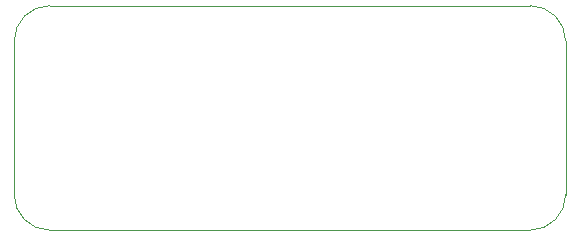
<source format=gbr>
G04 #@! TF.GenerationSoftware,KiCad,Pcbnew,7.0.1-3b83917a11~172~ubuntu22.10.1*
G04 #@! TF.CreationDate,2023-08-26T17:13:59+02:00*
G04 #@! TF.ProjectId,RGB_strip_driver,5247425f-7374-4726-9970-5f6472697665,rev?*
G04 #@! TF.SameCoordinates,Original*
G04 #@! TF.FileFunction,Profile,NP*
%FSLAX46Y46*%
G04 Gerber Fmt 4.6, Leading zero omitted, Abs format (unit mm)*
G04 Created by KiCad (PCBNEW 7.0.1-3b83917a11~172~ubuntu22.10.1) date 2023-08-26 17:13:59*
%MOMM*%
%LPD*%
G01*
G04 APERTURE LIST*
G04 #@! TA.AperFunction,Profile*
%ADD10C,0.050000*%
G04 #@! TD*
G04 APERTURE END LIST*
D10*
X147500000Y-124000000D02*
X147500000Y-137000000D01*
X144500000Y-140000000D02*
X103800000Y-140000000D01*
X147500000Y-124000000D02*
G75*
G03*
X144500000Y-121000000I-3000000J0D01*
G01*
X103800000Y-121000000D02*
G75*
G03*
X100800000Y-124000000I0J-3000000D01*
G01*
X144500000Y-140000000D02*
G75*
G03*
X147500000Y-137000000I0J3000000D01*
G01*
X100800000Y-137000000D02*
G75*
G03*
X103800000Y-140000000I3000000J0D01*
G01*
X103800000Y-121000000D02*
X144500000Y-121000000D01*
X100800000Y-137000000D02*
X100800000Y-124000000D01*
M02*

</source>
